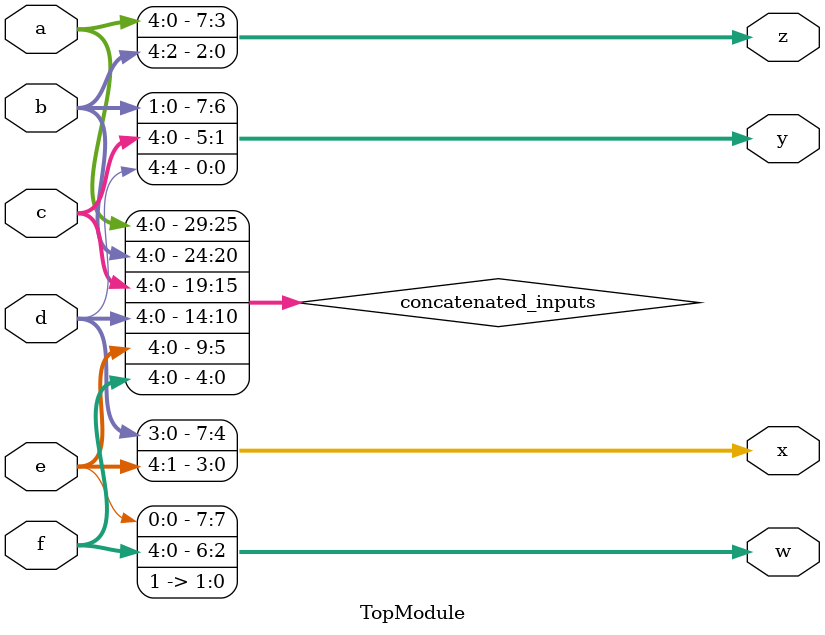
<source format=sv>
module TopModule (
    input  logic [4:0] a,
    input  logic [4:0] b,
    input  logic [4:0] c,
    input  logic [4:0] d,
    input  logic [4:0] e,
    input  logic [4:0] f,
    output logic [7:0] w,
    output logic [7:0] x,
    output logic [7:0] y,
    output logic [7:0] z
);

    // Concatenate inputs and append two '1's
    logic [29:0] concatenated_inputs;
    assign concatenated_inputs = {a, b, c, d, e, f}; // 30 bits
    assign {z, y, x, w} = {concatenated_inputs, 2'b11}; // 32 bits total output

endmodule

// VERILOG-EVAL: response did not use [BEGIN]/[DONE] correctly
</source>
